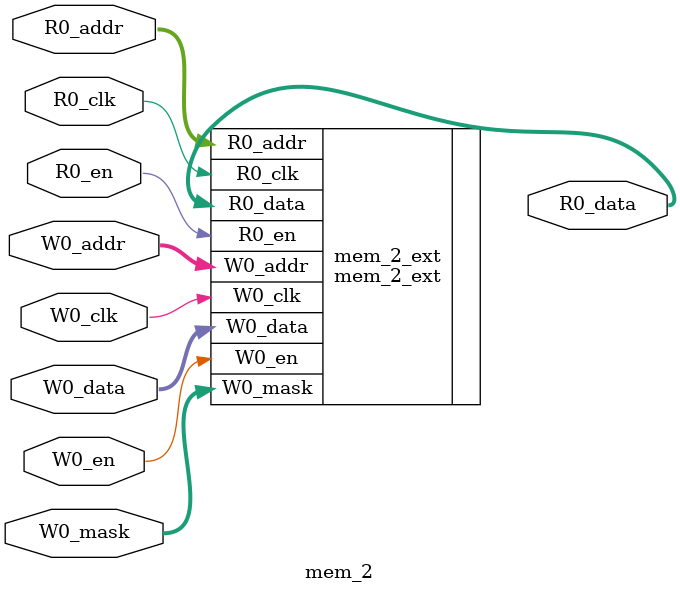
<source format=sv>
`ifndef RANDOMIZE
  `ifdef RANDOMIZE_REG_INIT
    `define RANDOMIZE
  `endif // RANDOMIZE_REG_INIT
`endif // not def RANDOMIZE
`ifndef RANDOMIZE
  `ifdef RANDOMIZE_MEM_INIT
    `define RANDOMIZE
  `endif // RANDOMIZE_MEM_INIT
`endif // not def RANDOMIZE

`ifndef RANDOM
  `define RANDOM $random
`endif // not def RANDOM

// Users can define 'PRINTF_COND' to add an extra gate to prints.
`ifndef PRINTF_COND_
  `ifdef PRINTF_COND
    `define PRINTF_COND_ (`PRINTF_COND)
  `else  // PRINTF_COND
    `define PRINTF_COND_ 1
  `endif // PRINTF_COND
`endif // not def PRINTF_COND_

// Users can define 'ASSERT_VERBOSE_COND' to add an extra gate to assert error printing.
`ifndef ASSERT_VERBOSE_COND_
  `ifdef ASSERT_VERBOSE_COND
    `define ASSERT_VERBOSE_COND_ (`ASSERT_VERBOSE_COND)
  `else  // ASSERT_VERBOSE_COND
    `define ASSERT_VERBOSE_COND_ 1
  `endif // ASSERT_VERBOSE_COND
`endif // not def ASSERT_VERBOSE_COND_

// Users can define 'STOP_COND' to add an extra gate to stop conditions.
`ifndef STOP_COND_
  `ifdef STOP_COND
    `define STOP_COND_ (`STOP_COND)
  `else  // STOP_COND
    `define STOP_COND_ 1
  `endif // STOP_COND
`endif // not def STOP_COND_

// Users can define INIT_RANDOM as general code that gets injected into the
// initializer block for modules with registers.
`ifndef INIT_RANDOM
  `define INIT_RANDOM
`endif // not def INIT_RANDOM

// If using random initialization, you can also define RANDOMIZE_DELAY to
// customize the delay used, otherwise 0.002 is used.
`ifndef RANDOMIZE_DELAY
  `define RANDOMIZE_DELAY 0.002
`endif // not def RANDOMIZE_DELAY

// Define INIT_RANDOM_PROLOG_ for use in our modules below.
`ifndef INIT_RANDOM_PROLOG_
  `ifdef RANDOMIZE
    `ifdef VERILATOR
      `define INIT_RANDOM_PROLOG_ `INIT_RANDOM
    `else  // VERILATOR
      `define INIT_RANDOM_PROLOG_ `INIT_RANDOM #`RANDOMIZE_DELAY begin end
    `endif // VERILATOR
  `else  // RANDOMIZE
    `define INIT_RANDOM_PROLOG_
  `endif // RANDOMIZE
`endif // not def INIT_RANDOM_PROLOG_

module mem_2(	// @[DescribedSRAM.scala:17:26]
  input  [24:0]  R0_addr,
  input          R0_en,
                 R0_clk,
  input  [24:0]  W0_addr,
  input          W0_en,
                 W0_clk,
  input  [127:0] W0_data,
  input  [15:0]  W0_mask,
  output [127:0] R0_data
);

  mem_2_ext mem_2_ext (	// @[DescribedSRAM.scala:17:26]
    .R0_addr (R0_addr),
    .R0_en   (R0_en),
    .R0_clk  (R0_clk),
    .W0_addr (W0_addr),
    .W0_en   (W0_en),
    .W0_clk  (W0_clk),
    .W0_data (W0_data),
    .W0_mask (W0_mask),
    .R0_data (R0_data)
  );
endmodule


</source>
